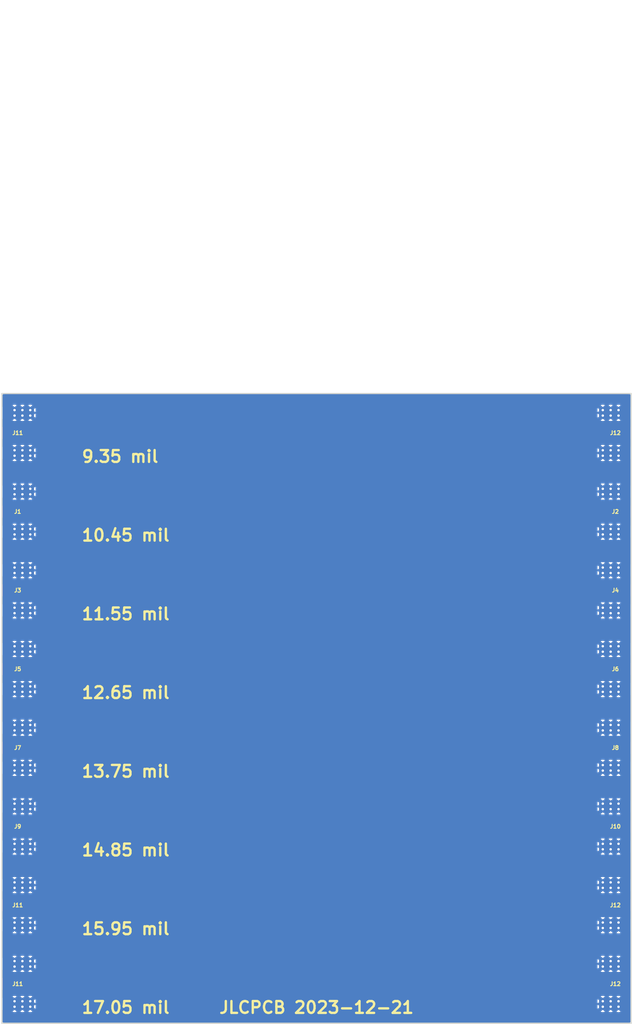
<source format=kicad_pcb>
(kicad_pcb (version 20221018) (generator pcbnew)
  (layers (0 "F.Cu" signal) (1 "In1.Cu" power) (2 "In2.Cu" power) (3 "In3.Cu" signal) (4 "In4.Cu" signal) (31 "B.Cu" power) (34 "B.Paste" user) (35 "F.Paste" user) (36 "B.SilkS" user "B.Silkscreen") (37 "F.SilkS" user "F.Silkscreen") (38 "B.Mask" user) (39 "F.Mask" user) (44 "Edge.Cuts" user))
  (net 0 "")
  (net 1 "Net-(J1-Pad1)")
  (net 2 "GND")
  (net 3 "Net-(J3-Pad1)")
  (net 4 "Net-(J5-Pad1)")
  (net 5 "Net-(J7-Pad1)")
  (net 6 "Net-(J10-Pad1)")
  (net 7 "Net-(J11-Pad1)")
  (footprint "gsg-modules:SMA-EDGE" (layer "F.Cu") (at 200 80 180)
    (fp_text reference "J2" (at 1.99898 0 180) (layer "F.SilkS") (effects (font (size 0.50038 0.50038) (thickness 0.12446))))
    (fp_text value "CONN_COAXIAL" hide)
    (pad "1" smd rect (at 2.032 0 180) (size 4.064 1.524) (layers "F.Cu" "F.Mask") (net 1 "Net-(J1-Pad1)"))
    (pad "2" thru_hole circle (at 1.6 -2.9 180) (size 0.762 0.762) (drill 0.3048) (layers "*.Cu" "*.Mask") (net 2 "GND"))
    (pad "2" thru_hole circle (at 1.6 -2.2 180) (size 0.762 0.762) (drill 0.3048) (layers "*.Cu" "*.Mask") (net 2 "GND"))
    (pad "2" thru_hole circle (at 1.6 2.2 180) (size 0.762 0.762) (drill 0.3048) (layers "*.Cu" "*.Mask") (net 2 "GND"))
    (pad "2" thru_hole circle (at 1.6 2.9 180) (size 0.762 0.762) (drill 0.3048) (layers "*.Cu" "*.Mask") (net 2 "GND"))
    (pad "2" smd rect (at 2.032 -2.54 180) (size 4.064 1.524) (layers "F.Cu" "F.Mask") (net 2 "GND"))
    (pad "2" smd rect (at 2.032 -2.54 180) (size 4.064 1.524) (layers "B.Cu" "B.Mask") (net 2 "GND"))
    (pad "2" smd rect (at 2.032 2.54 180) (size 4.064 1.524) (layers "F.Cu" "F.Mask") (net 2 "GND"))
    (pad "2" smd rect (at 2.032 2.54 180) (size 4.064 1.524) (layers "B.Cu" "B.Mask") (net 2 "GND"))
    (pad "2" thru_hole circle (at 2.6 -2.9 180) (size 0.762 0.762) (drill 0.3048) (layers "*.Cu" "*.Mask") (net 2 "GND"))
    (pad "2" thru_hole circle (at 2.6 -2.2 180) (size 0.762 0.762) (drill 0.3048) (layers "*.Cu" "*.Mask") (net 2 "GND"))
    (pad "2" thru_hole circle (at 2.6 2.2 180) (size 0.762 0.762) (drill 0.3048) (layers "*.Cu" "*.Mask") (net 2 "GND"))
    (pad "2" thru_hole circle (at 2.6 2.9 180) (size 0.762 0.762) (drill 0.3048) (layers "*.Cu" "*.Mask") (net 2 "GND"))
    (pad "2" thru_hole circle (at 3.6 -2.9 180) (size 0.762 0.762) (drill 0.3048) (layers "*.Cu" "*.Mask") (net 2 "GND"))
    (pad "2" thru_hole circle (at 3.6 -2.2 180) (size 0.762 0.762) (drill 0.3048) (layers "*.Cu" "*.Mask") (net 2 "GND"))
    (pad "2" thru_hole circle (at 3.6 2.2 180) (size 0.762 0.762) (drill 0.3048) (layers "*.Cu" "*.Mask") (net 2 "GND"))
    (pad "2" thru_hole circle (at 3.6 2.9 180) (size 0.762 0.762) (drill 0.3048) (layers "*.Cu" "*.Mask") (net 2 "GND"))
  )
  (footprint "gsg-modules:SMA-EDGE" (layer "F.Cu") (at 120 100)
    (fp_text reference "J5" (at 1.99898 0) (layer "F.SilkS") (effects (font (size 0.50038 0.50038) (thickness 0.12446))))
    (fp_text value "CONN_COAXIAL" hide)
    (pad "1" smd rect (at 2.032 0) (size 4.064 1.524) (layers "F.Cu" "F.Mask") (net 4 "Net-(J5-Pad1)"))
    (pad "2" thru_hole circle (at 1.6 -2.9) (size 0.762 0.762) (drill 0.3048) (layers "*.Cu" "*.Mask") (net 2 "GND"))
    (pad "2" thru_hole circle (at 1.6 -2.2) (size 0.762 0.762) (drill 0.3048) (layers "*.Cu" "*.Mask") (net 2 "GND"))
    (pad "2" thru_hole circle (at 1.6 2.2) (size 0.762 0.762) (drill 0.3048) (layers "*.Cu" "*.Mask") (net 2 "GND"))
    (pad "2" thru_hole circle (at 1.6 2.9) (size 0.762 0.762) (drill 0.3048) (layers "*.Cu" "*.Mask") (net 2 "GND"))
    (pad "2" smd rect (at 2.032 -2.54) (size 4.064 1.524) (layers "F.Cu" "F.Mask") (net 2 "GND"))
    (pad "2" smd rect (at 2.032 -2.54) (size 4.064 1.524) (layers "B.Cu" "B.Mask") (net 2 "GND"))
    (pad "2" smd rect (at 2.032 2.54) (size 4.064 1.524) (layers "F.Cu" "F.Mask") (net 2 "GND"))
    (pad "2" smd rect (at 2.032 2.54) (size 4.064 1.524) (layers "B.Cu" "B.Mask") (net 2 "GND"))
    (pad "2" thru_hole circle (at 2.6 -2.9) (size 0.762 0.762) (drill 0.3048) (layers "*.Cu" "*.Mask") (net 2 "GND"))
    (pad "2" thru_hole circle (at 2.6 -2.2) (size 0.762 0.762) (drill 0.3048) (layers "*.Cu" "*.Mask") (net 2 "GND"))
    (pad "2" thru_hole circle (at 2.6 2.2) (size 0.762 0.762) (drill 0.3048) (layers "*.Cu" "*.Mask") (net 2 "GND"))
    (pad "2" thru_hole circle (at 2.6 2.9) (size 0.762 0.762) (drill 0.3048) (layers "*.Cu" "*.Mask") (net 2 "GND"))
    (pad "2" thru_hole circle (at 3.6 -2.9) (size 0.762 0.762) (drill 0.3048) (layers "*.Cu" "*.Mask") (net 2 "GND"))
    (pad "2" thru_hole circle (at 3.6 -2.2) (size 0.762 0.762) (drill 0.3048) (layers "*.Cu" "*.Mask") (net 2 "GND"))
    (pad "2" thru_hole circle (at 3.6 2.2) (size 0.762 0.762) (drill 0.3048) (layers "*.Cu" "*.Mask") (net 2 "GND"))
    (pad "2" thru_hole circle (at 3.6 2.9) (size 0.762 0.762) (drill 0.3048) (layers "*.Cu" "*.Mask") (net 2 "GND"))
  )
  (footprint "gsg-modules:SMA-EDGE" (layer "F.Cu") (at 200 100 180)
    (fp_text reference "J6" (at 1.99898 0 180) (layer "F.SilkS") (effects (font (size 0.50038 0.50038) (thickness 0.12446))))
    (fp_text value "CONN_COAXIAL" hide)
    (pad "1" smd rect (at 2.032 0 180) (size 4.064 1.524) (layers "F.Cu" "F.Mask") (net 4 "Net-(J5-Pad1)"))
    (pad "2" thru_hole circle (at 1.6 -2.9 180) (size 0.762 0.762) (drill 0.3048) (layers "*.Cu" "*.Mask") (net 2 "GND"))
    (pad "2" thru_hole circle (at 1.6 -2.2 180) (size 0.762 0.762) (drill 0.3048) (layers "*.Cu" "*.Mask") (net 2 "GND"))
    (pad "2" thru_hole circle (at 1.6 2.2 180) (size 0.762 0.762) (drill 0.3048) (layers "*.Cu" "*.Mask") (net 2 "GND"))
    (pad "2" thru_hole circle (at 1.6 2.9 180) (size 0.762 0.762) (drill 0.3048) (layers "*.Cu" "*.Mask") (net 2 "GND"))
    (pad "2" smd rect (at 2.032 -2.54 180) (size 4.064 1.524) (layers "F.Cu" "F.Mask") (net 2 "GND"))
    (pad "2" smd rect (at 2.032 -2.54 180) (size 4.064 1.524) (layers "B.Cu" "B.Mask") (net 2 "GND"))
    (pad "2" smd rect (at 2.032 2.54 180) (size 4.064 1.524) (layers "F.Cu" "F.Mask") (net 2 "GND"))
    (pad "2" smd rect (at 2.032 2.54 180) (size 4.064 1.524) (layers "B.Cu" "B.Mask") (net 2 "GND"))
    (pad "2" thru_hole circle (at 2.6 -2.9 180) (size 0.762 0.762) (drill 0.3048) (layers "*.Cu" "*.Mask") (net 2 "GND"))
    (pad "2" thru_hole circle (at 2.6 -2.2 180) (size 0.762 0.762) (drill 0.3048) (layers "*.Cu" "*.Mask") (net 2 "GND"))
    (pad "2" thru_hole circle (at 2.6 2.2 180) (size 0.762 0.762) (drill 0.3048) (layers "*.Cu" "*.Mask") (net 2 "GND"))
    (pad "2" thru_hole circle (at 2.6 2.9 180) (size 0.762 0.762) (drill 0.3048) (layers "*.Cu" "*.Mask") (net 2 "GND"))
    (pad "2" thru_hole circle (at 3.6 -2.9 180) (size 0.762 0.762) (drill 0.3048) (layers "*.Cu" "*.Mask") (net 2 "GND"))
    (pad "2" thru_hole circle (at 3.6 -2.2 180) (size 0.762 0.762) (drill 0.3048) (layers "*.Cu" "*.Mask") (net 2 "GND"))
    (pad "2" thru_hole circle (at 3.6 2.2 180) (size 0.762 0.762) (drill 0.3048) (layers "*.Cu" "*.Mask") (net 2 "GND"))
    (pad "2" thru_hole circle (at 3.6 2.9 180) (size 0.762 0.762) (drill 0.3048) (layers "*.Cu" "*.Mask") (net 2 "GND"))
  )
  (footprint "gsg-modules:SMA-EDGE" (layer "F.Cu") (at 120 120)
    (fp_text reference "J9" (at 1.99898 0) (layer "F.SilkS") (effects (font (size 0.50038 0.50038) (thickness 0.12446))))
    (fp_text value "CONN_COAXIAL" hide)
    (pad "1" smd rect (at 2.032 0) (size 4.064 1.524) (layers "F.Cu" "F.Mask") (net 6 "Net-(J10-Pad1)"))
    (pad "2" thru_hole circle (at 1.6 -2.9) (size 0.762 0.762) (drill 0.3048) (layers "*.Cu" "*.Mask") (net 2 "GND"))
    (pad "2" thru_hole circle (at 1.6 -2.2) (size 0.762 0.762) (drill 0.3048) (layers "*.Cu" "*.Mask") (net 2 "GND"))
    (pad "2" thru_hole circle (at 1.6 2.2) (size 0.762 0.762) (drill 0.3048) (layers "*.Cu" "*.Mask") (net 2 "GND"))
    (pad "2" thru_hole circle (at 1.6 2.9) (size 0.762 0.762) (drill 0.3048) (layers "*.Cu" "*.Mask") (net 2 "GND"))
    (pad "2" smd rect (at 2.032 -2.54) (size 4.064 1.524) (layers "F.Cu" "F.Mask") (net 2 "GND"))
    (pad "2" smd rect (at 2.032 -2.54) (size 4.064 1.524) (layers "B.Cu" "B.Mask") (net 2 "GND"))
    (pad "2" smd rect (at 2.032 2.54) (size 4.064 1.524) (layers "F.Cu" "F.Mask") (net 2 "GND"))
    (pad "2" smd rect (at 2.032 2.54) (size 4.064 1.524) (layers "B.Cu" "B.Mask") (net 2 "GND"))
    (pad "2" thru_hole circle (at 2.6 -2.9) (size 0.762 0.762) (drill 0.3048) (layers "*.Cu" "*.Mask") (net 2 "GND"))
    (pad "2" thru_hole circle (at 2.6 -2.2) (size 0.762 0.762) (drill 0.3048) (layers "*.Cu" "*.Mask") (net 2 "GND"))
    (pad "2" thru_hole circle (at 2.6 2.2) (size 0.762 0.762) (drill 0.3048) (layers "*.Cu" "*.Mask") (net 2 "GND"))
    (pad "2" thru_hole circle (at 2.6 2.9) (size 0.762 0.762) (drill 0.3048) (layers "*.Cu" "*.Mask") (net 2 "GND"))
    (pad "2" thru_hole circle (at 3.6 -2.9) (size 0.762 0.762) (drill 0.3048) (layers "*.Cu" "*.Mask") (net 2 "GND"))
    (pad "2" thru_hole circle (at 3.6 -2.2) (size 0.762 0.762) (drill 0.3048) (layers "*.Cu" "*.Mask") (net 2 "GND"))
    (pad "2" thru_hole circle (at 3.6 2.2) (size 0.762 0.762) (drill 0.3048) (layers "*.Cu" "*.Mask") (net 2 "GND"))
    (pad "2" thru_hole circle (at 3.6 2.9) (size 0.762 0.762) (drill 0.3048) (layers "*.Cu" "*.Mask") (net 2 "GND"))
  )
  (footprint "gsg-modules:SMA-EDGE" (layer "F.Cu") (at 200 120 180)
    (fp_text reference "J10" (at 1.99898 0 180) (layer "F.SilkS") (effects (font (size 0.50038 0.50038) (thickness 0.12446))))
    (fp_text value "CONN_COAXIAL" hide)
    (pad "1" smd rect (at 2.032 0 180) (size 4.064 1.524) (layers "F.Cu" "F.Mask") (net 6 "Net-(J10-Pad1)"))
    (pad "2" thru_hole circle (at 1.6 -2.9 180) (size 0.762 0.762) (drill 0.3048) (layers "*.Cu" "*.Mask") (net 2 "GND"))
    (pad "2" thru_hole circle (at 1.6 -2.2 180) (size 0.762 0.762) (drill 0.3048) (layers "*.Cu" "*.Mask") (net 2 "GND"))
    (pad "2" thru_hole circle (at 1.6 2.2 180) (size 0.762 0.762) (drill 0.3048) (layers "*.Cu" "*.Mask") (net 2 "GND"))
    (pad "2" thru_hole circle (at 1.6 2.9 180) (size 0.762 0.762) (drill 0.3048) (layers "*.Cu" "*.Mask") (net 2 "GND"))
    (pad "2" smd rect (at 2.032 -2.54 180) (size 4.064 1.524) (layers "F.Cu" "F.Mask") (net 2 "GND"))
    (pad "2" smd rect (at 2.032 -2.54 180) (size 4.064 1.524) (layers "B.Cu" "B.Mask") (net 2 "GND"))
    (pad "2" smd rect (at 2.032 2.54 180) (size 4.064 1.524) (layers "F.Cu" "F.Mask") (net 2 "GND"))
    (pad "2" smd rect (at 2.032 2.54 180) (size 4.064 1.524) (layers "B.Cu" "B.Mask") (net 2 "GND"))
    (pad "2" thru_hole circle (at 2.6 -2.9 180) (size 0.762 0.762) (drill 0.3048) (layers "*.Cu" "*.Mask") (net 2 "GND"))
    (pad "2" thru_hole circle (at 2.6 -2.2 180) (size 0.762 0.762) (drill 0.3048) (layers "*.Cu" "*.Mask") (net 2 "GND"))
    (pad "2" thru_hole circle (at 2.6 2.2 180) (size 0.762 0.762) (drill 0.3048) (layers "*.Cu" "*.Mask") (net 2 "GND"))
    (pad "2" thru_hole circle (at 2.6 2.9 180) (size 0.762 0.762) (drill 0.3048) (layers "*.Cu" "*.Mask") (net 2 "GND"))
    (pad "2" thru_hole circle (at 3.6 -2.9 180) (size 0.762 0.762) (drill 0.3048) (layers "*.Cu" "*.Mask") (net 2 "GND"))
    (pad "2" thru_hole circle (at 3.6 -2.2 180) (size 0.762 0.762) (drill 0.3048) (layers "*.Cu" "*.Mask") (net 2 "GND"))
    (pad "2" thru_hole circle (at 3.6 2.2 180) (size 0.762 0.762) (drill 0.3048) (layers "*.Cu" "*.Mask") (net 2 "GND"))
    (pad "2" thru_hole circle (at 3.6 2.9 180) (size 0.762 0.762) (drill 0.3048) (layers "*.Cu" "*.Mask") (net 2 "GND"))
  )
  (footprint "gsg-modules:SMA-EDGE" (layer "F.Cu") (at 120 130)
    (fp_text reference "J11" (at 1.99898 0) (layer "F.SilkS") (effects (font (size 0.50038 0.50038) (thickness 0.12446))))
    (fp_text value "CONN_COAXIAL" hide)
    (pad "1" smd rect (at 2.032 0) (size 4.064 1.524) (layers "F.Cu" "F.Mask") (net 7 "Net-(J11-Pad1)"))
    (pad "2" thru_hole circle (at 1.6 -2.9) (size 0.762 0.762) (drill 0.3048) (layers "*.Cu" "*.Mask") (net 2 "GND"))
    (pad "2" thru_hole circle (at 1.6 -2.2) (size 0.762 0.762) (drill 0.3048) (layers "*.Cu" "*.Mask") (net 2 "GND"))
    (pad "2" thru_hole circle (at 1.6 2.2) (size 0.762 0.762) (drill 0.3048) (layers "*.Cu" "*.Mask") (net 2 "GND"))
    (pad "2" thru_hole circle (at 1.6 2.9) (size 0.762 0.762) (drill 0.3048) (layers "*.Cu" "*.Mask") (net 2 "GND"))
    (pad "2" smd rect (at 2.032 -2.54) (size 4.064 1.524) (layers "F.Cu" "F.Mask") (net 2 "GND"))
    (pad "2" smd rect (at 2.032 -2.54) (size 4.064 1.524) (layers "B.Cu" "B.Mask") (net 2 "GND"))
    (pad "2" smd rect (at 2.032 2.54) (size 4.064 1.524) (layers "F.Cu" "F.Mask") (net 2 "GND"))
    (pad "2" smd rect (at 2.032 2.54) (size 4.064 1.524) (layers "B.Cu" "B.Mask") (net 2 "GND"))
    (pad "2" thru_hole circle (at 2.6 -2.9) (size 0.762 0.762) (drill 0.3048) (layers "*.Cu" "*.Mask") (net 2 "GND"))
    (pad "2" thru_hole circle (at 2.6 -2.2) (size 0.762 0.762) (drill 0.3048) (layers "*.Cu" "*.Mask") (net 2 "GND"))
    (pad "2" thru_hole circle (at 2.6 2.2) (size 0.762 0.762) (drill 0.3048) (layers "*.Cu" "*.Mask") (net 2 "GND"))
    (pad "2" thru_hole circle (at 2.6 2.9) (size 0.762 0.762) (drill 0.3048) (layers "*.Cu" "*.Mask") (net 2 "GND"))
    (pad "2" thru_hole circle (at 3.6 -2.9) (size 0.762 0.762) (drill 0.3048) (layers "*.Cu" "*.Mask") (net 2 "GND"))
    (pad "2" thru_hole circle (at 3.6 -2.2) (size 0.762 0.762) (drill 0.3048) (layers "*.Cu" "*.Mask") (net 2 "GND"))
    (pad "2" thru_hole circle (at 3.6 2.2) (size 0.762 0.762) (drill 0.3048) (layers "*.Cu" "*.Mask") (net 2 "GND"))
    (pad "2" thru_hole circle (at 3.6 2.9) (size 0.762 0.762) (drill 0.3048) (layers "*.Cu" "*.Mask") (net 2 "GND"))
  )
  (footprint "gsg-modules:SMA-EDGE" (layer "F.Cu") (at 200 130 180)
    (fp_text reference "J12" (at 1.99898 0 180) (layer "F.SilkS") (effects (font (size 0.50038 0.50038) (thickness 0.12446))))
    (fp_text value "CONN_COAXIAL" hide)
    (pad "1" smd rect (at 2.032 0 180) (size 4.064 1.524) (layers "F.Cu" "F.Mask") (net 7 "Net-(J11-Pad1)"))
    (pad "2" thru_hole circle (at 1.6 -2.9 180) (size 0.762 0.762) (drill 0.3048) (layers "*.Cu" "*.Mask") (net 2 "GND"))
    (pad "2" thru_hole circle (at 1.6 -2.2 180) (size 0.762 0.762) (drill 0.3048) (layers "*.Cu" "*.Mask") (net 2 "GND"))
    (pad "2" thru_hole circle (at 1.6 2.2 180) (size 0.762 0.762) (drill 0.3048) (layers "*.Cu" "*.Mask") (net 2 "GND"))
    (pad "2" thru_hole circle (at 1.6 2.9 180) (size 0.762 0.762) (drill 0.3048) (layers "*.Cu" "*.Mask") (net 2 "GND"))
    (pad "2" smd rect (at 2.032 -2.54 180) (size 4.064 1.524) (layers "F.Cu" "F.Mask") (net 2 "GND"))
    (pad "2" smd rect (at 2.032 -2.54 180) (size 4.064 1.524) (layers "B.Cu" "B.Mask") (net 2 "GND"))
    (pad "2" smd rect (at 2.032 2.54 180) (size 4.064 1.524) (layers "F.Cu" "F.Mask") (net 2 "GND"))
    (pad "2" smd rect (at 2.032 2.54 180) (size 4.064 1.524) (layers "B.Cu" "B.Mask") (net 2 "GND"))
    (pad "2" thru_hole circle (at 2.6 -2.9 180) (size 0.762 0.762) (drill 0.3048) (layers "*.Cu" "*.Mask") (net 2 "GND"))
    (pad "2" thru_hole circle (at 2.6 -2.2 180) (size 0.762 0.762) (drill 0.3048) (layers "*.Cu" "*.Mask") (net 2 "GND"))
    (pad "2" thru_hole circle (at 2.6 2.2 180) (size 0.762 0.762) (drill 0.3048) (layers "*.Cu" "*.Mask") (net 2 "GND"))
    (pad "2" thru_hole circle (at 2.6 2.9 180) (size 0.762 0.762) (drill 0.3048) (layers "*.Cu" "*.Mask") (net 2 "GND"))
    (pad "2" thru_hole circle (at 3.6 -2.9 180) (size 0.762 0.762) (drill 0.3048) (layers "*.Cu" "*.Mask") (net 2 "GND"))
    (pad "2" thru_hole circle (at 3.6 -2.2 180) (size 0.762 0.762) (drill 0.3048) (layers "*.Cu" "*.Mask") (net 2 "GND"))
    (pad "2" thru_hole circle (at 3.6 2.2 180) (size 0.762 0.762) (drill 0.3048) (layers "*.Cu" "*.Mask") (net 2 "GND"))
    (pad "2" thru_hole circle (at 3.6 2.9 180) (size 0.762 0.762) (drill 0.3048) (layers "*.Cu" "*.Mask") (net 2 "GND"))
  )
  (footprint "gsg-modules:SMA-EDGE" (layer "F.Cu") (at 120 80)
    (fp_text reference "J1" (at 1.99898 0) (layer "F.SilkS") (effects (font (size 0.50038 0.50038) (thickness 0.12446))))
    (fp_text value "CONN_COAXIAL" hide)
    (pad "1" smd rect (at 2.032 0) (size 4.064 1.524) (layers "F.Cu" "F.Mask") (net 1 "Net-(J1-Pad1)"))
    (pad "2" thru_hole circle (at 1.6 -2.9) (size 0.762 0.762) (drill 0.3048) (layers "*.Cu" "*.Mask") (net 2 "GND"))
    (pad "2" thru_hole circle (at 1.6 -2.2) (size 0.762 0.762) (drill 0.3048) (layers "*.Cu" "*.Mask") (net 2 "GND"))
    (pad "2" thru_hole circle (at 1.6 2.2) (size 0.762 0.762) (drill 0.3048) (layers "*.Cu" "*.Mask") (net 2 "GND"))
    (pad "2" thru_hole circle (at 1.6 2.9) (size 0.762 0.762) (drill 0.3048) (layers "*.Cu" "*.Mask") (net 2 "GND"))
    (pad "2" smd rect (at 2.032 -2.54) (size 4.064 1.524) (layers "F.Cu" "F.Mask") (net 2 "GND"))
    (pad "2" smd rect (at 2.032 -2.54) (size 4.064 1.524) (layers "B.Cu" "B.Mask") (net 2 "GND"))
    (pad "2" smd rect (at 2.032 2.54) (size 4.064 1.524) (layers "F.Cu" "F.Mask") (net 2 "GND"))
    (pad "2" smd rect (at 2.032 2.54) (size 4.064 1.524) (layers "B.Cu" "B.Mask") (net 2 "GND"))
    (pad "2" thru_hole circle (at 2.6 -2.9) (size 0.762 0.762) (drill 0.3048) (layers "*.Cu" "*.Mask") (net 2 "GND"))
    (pad "2" thru_hole circle (at 2.6 -2.2) (size 0.762 0.762) (drill 0.3048) (layers "*.Cu" "*.Mask") (net 2 "GND"))
    (pad "2" thru_hole circle (at 2.6 2.2) (size 0.762 0.762) (drill 0.3048) (layers "*.Cu" "*.Mask") (net 2 "GND"))
    (pad "2" thru_hole circle (at 2.6 2.9) (size 0.762 0.762) (drill 0.3048) (layers "*.Cu" "*.Mask") (net 2 "GND"))
    (pad "2" thru_hole circle (at 3.6 -2.9) (size 0.762 0.762) (drill 0.3048) (layers "*.Cu" "*.Mask") (net 2 "GND"))
    (pad "2" thru_hole circle (at 3.6 -2.2) (size 0.762 0.762) (drill 0.3048) (layers "*.Cu" "*.Mask") (net 2 "GND"))
    (pad "2" thru_hole circle (at 3.6 2.2) (size 0.762 0.762) (drill 0.3048) (layers "*.Cu" "*.Mask") (net 2 "GND"))
    (pad "2" thru_hole circle (at 3.6 2.9) (size 0.762 0.762) (drill 0.3048) (layers "*.Cu" "*.Mask") (net 2 "GND"))
  )
  (footprint "gsg-modules:SMA-EDGE" (layer "F.Cu") (at 120 90)
    (fp_text reference "J3" (at 1.99898 0) (layer "F.SilkS") (effects (font (size 0.50038 0.50038) (thickness 0.12446))))
    (fp_text value "CONN_COAXIAL" hide)
    (pad "1" smd rect (at 2.032 0) (size 4.064 1.524) (layers "F.Cu" "F.Mask") (net 3 "Net-(J3-Pad1)"))
    (pad "2" thru_hole circle (at 1.6 -2.9) (size 0.762 0.762) (drill 0.3048) (layers "*.Cu" "*.Mask") (net 2 "GND"))
    (pad "2" thru_hole circle (at 1.6 -2.2) (size 0.762 0.762) (drill 0.3048) (layers "*.Cu" "*.Mask") (net 2 "GND"))
    (pad "2" thru_hole circle (at 1.6 2.2) (size 0.762 0.762) (drill 0.3048) (layers "*.Cu" "*.Mask") (net 2 "GND"))
    (pad "2" thru_hole circle (at 1.6 2.9) (size 0.762 0.762) (drill 0.3048) (layers "*.Cu" "*.Mask") (net 2 "GND"))
    (pad "2" smd rect (at 2.032 -2.54) (size 4.064 1.524) (layers "F.Cu" "F.Mask") (net 2 "GND"))
    (pad "2" smd rect (at 2.032 -2.54) (size 4.064 1.524) (layers "B.Cu" "B.Mask") (net 2 "GND"))
    (pad "2" smd rect (at 2.032 2.54) (size 4.064 1.524) (layers "F.Cu" "F.Mask") (net 2 "GND"))
    (pad "2" smd rect (at 2.032 2.54) (size 4.064 1.524) (layers "B.Cu" "B.Mask") (net 2 "GND"))
    (pad "2" thru_hole circle (at 2.6 -2.9) (size 0.762 0.762) (drill 0.3048) (layers "*.Cu" "*.Mask") (net 2 "GND"))
    (pad "2" thru_hole circle (at 2.6 -2.2) (size 0.762 0.762) (drill 0.3048) (layers "*.Cu" "*.Mask") (net 2 "GND"))
    (pad "2" thru_hole circle (at 2.6 2.2) (size 0.762 0.762) (drill 0.3048) (layers "*.Cu" "*.Mask") (net 2 "GND"))
    (pad "2" thru_hole circle (at 2.6 2.9) (size 0.762 0.762) (drill 0.3048) (layers "*.Cu" "*.Mask") (net 2 "GND"))
    (pad "2" thru_hole circle (at 3.6 -2.9) (size 0.762 0.762) (drill 0.3048) (layers "*.Cu" "*.Mask") (net 2 "GND"))
    (pad "2" thru_hole circle (at 3.6 -2.2) (size 0.762 0.762) (drill 0.3048) (layers "*.Cu" "*.Mask") (net 2 "GND"))
    (pad "2" thru_hole circle (at 3.6 2.2) (size 0.762 0.762) (drill 0.3048) (layers "*.Cu" "*.Mask") (net 2 "GND"))
    (pad "2" thru_hole circle (at 3.6 2.9) (size 0.762 0.762) (drill 0.3048) (layers "*.Cu" "*.Mask") (net 2 "GND"))
  )
  (footprint "gsg-modules:SMA-EDGE" (layer "F.Cu") (at 200 90 180)
    (fp_text reference "J4" (at 1.99898 0 180) (layer "F.SilkS") (effects (font (size 0.50038 0.50038) (thickness 0.12446))))
    (fp_text value "CONN_COAXIAL" hide)
    (pad "1" smd rect (at 2.032 0 180) (size 4.064 1.524) (layers "F.Cu" "F.Mask") (net 3 "Net-(J3-Pad1)"))
    (pad "2" thru_hole circle (at 1.6 -2.9 180) (size 0.762 0.762) (drill 0.3048) (layers "*.Cu" "*.Mask") (net 2 "GND"))
    (pad "2" thru_hole circle (at 1.6 -2.2 180) (size 0.762 0.762) (drill 0.3048) (layers "*.Cu" "*.Mask") (net 2 "GND"))
    (pad "2" thru_hole circle (at 1.6 2.2 180) (size 0.762 0.762) (drill 0.3048) (layers "*.Cu" "*.Mask") (net 2 "GND"))
    (pad "2" thru_hole circle (at 1.6 2.9 180) (size 0.762 0.762) (drill 0.3048) (layers "*.Cu" "*.Mask") (net 2 "GND"))
    (pad "2" smd rect (at 2.032 -2.54 180) (size 4.064 1.524) (layers "F.Cu" "F.Mask") (net 2 "GND"))
    (pad "2" smd rect (at 2.032 -2.54 180) (size 4.064 1.524) (layers "B.Cu" "B.Mask") (net 2 "GND"))
    (pad "2" smd rect (at 2.032 2.54 180) (size 4.064 1.524) (layers "F.Cu" "F.Mask") (net 2 "GND"))
    (pad "2" smd rect (at 2.032 2.54 180) (size 4.064 1.524) (layers "B.Cu" "B.Mask") (net 2 "GND"))
    (pad "2" thru_hole circle (at 2.6 -2.9 180) (size 0.762 0.762) (drill 0.3048) (layers "*.Cu" "*.Mask") (net 2 "GND"))
    (pad "2" thru_hole circle (at 2.6 -2.2 180) (size 0.762 0.762) (drill 0.3048) (layers "*.Cu" "*.Mask") (net 2 "GND"))
    (pad "2" thru_hole circle (at 2.6 2.2 180) (size 0.762 0.762) (drill 0.3048) (layers "*.Cu" "*.Mask") (net 2 "GND"))
    (pad "2" thru_hole circle (at 2.6 2.9 180) (size 0.762 0.762) (drill 0.3048) (layers "*.Cu" "*.Mask") (net 2 "GND"))
    (pad "2" thru_hole circle (at 3.6 -2.9 180) (size 0.762 0.762) (drill 0.3048) (layers "*.Cu" "*.Mask") (net 2 "GND"))
    (pad "2" thru_hole circle (at 3.6 -2.2 180) (size 0.762 0.762) (drill 0.3048) (layers "*.Cu" "*.Mask") (net 2 "GND"))
    (pad "2" thru_hole circle (at 3.6 2.2 180) (size 0.762 0.762) (drill 0.3048) (layers "*.Cu" "*.Mask") (net 2 "GND"))
    (pad "2" thru_hole circle (at 3.6 2.9 180) (size 0.762 0.762) (drill 0.3048) (layers "*.Cu" "*.Mask") (net 2 "GND"))
  )
  (footprint "gsg-modules:SMA-EDGE" (layer "F.Cu") (at 200 110 180)
    (fp_text reference "J8" (at 1.99898 0 180) (layer "F.SilkS") (effects (font (size 0.50038 0.50038) (thickness 0.12446))))
    (fp_text value "CONN_COAXIAL" hide)
    (pad "1" smd rect (at 2.032 0 180) (size 4.064 1.524) (layers "F.Cu" "F.Mask") (net 5 "Net-(J7-Pad1)"))
    (pad "2" thru_hole circle (at 1.6 -2.9 180) (size 0.762 0.762) (drill 0.3048) (layers "*.Cu" "*.Mask") (net 2 "GND"))
    (pad "2" thru_hole circle (at 1.6 -2.2 180) (size 0.762 0.762) (drill 0.3048) (layers "*.Cu" "*.Mask") (net 2 "GND"))
    (pad "2" thru_hole circle (at 1.6 2.2 180) (size 0.762 0.762) (drill 0.3048) (layers "*.Cu" "*.Mask") (net 2 "GND"))
    (pad "2" thru_hole circle (at 1.6 2.9 180) (size 0.762 0.762) (drill 0.3048) (layers "*.Cu" "*.Mask") (net 2 "GND"))
    (pad "2" smd rect (at 2.032 -2.54 180) (size 4.064 1.524) (layers "F.Cu" "F.Mask") (net 2 "GND"))
    (pad "2" smd rect (at 2.032 -2.54 180) (size 4.064 1.524) (layers "B.Cu" "B.Mask") (net 2 "GND"))
    (pad "2" smd rect (at 2.032 2.54 180) (size 4.064 1.524) (layers "F.Cu" "F.Mask") (net 2 "GND"))
    (pad "2" smd rect (at 2.032 2.54 180) (size 4.064 1.524) (layers "B.Cu" "B.Mask") (net 2 "GND"))
    (pad "2" thru_hole circle (at 2.6 -2.9 180) (size 0.762 0.762) (drill 0.3048) (layers "*.Cu" "*.Mask") (net 2 "GND"))
    (pad "2" thru_hole circle (at 2.6 -2.2 180) (size 0.762 0.762) (drill 0.3048) (layers "*.Cu" "*.Mask") (net 2 "GND"))
    (pad "2" thru_hole circle (at 2.6 2.2 180) (size 0.762 0.762) (drill 0.3048) (layers "*.Cu" "*.Mask") (net 2 "GND"))
    (pad "2" thru_hole circle (at 2.6 2.9 180) (size 0.762 0.762) (drill 0.3048) (layers "*.Cu" "*.Mask") (net 2 "GND"))
    (pad "2" thru_hole circle (at 3.6 -2.9 180) (size 0.762 0.762) (drill 0.3048) (layers "*.Cu" "*.Mask") (net 2 "GND"))
    (pad "2" thru_hole circle (at 3.6 -2.2 180) (size 0.762 0.762) (drill 0.3048) (layers "*.Cu" "*.Mask") (net 2 "GND"))
    (pad "2" thru_hole circle (at 3.6 2.2 180) (size 0.762 0.762) (drill 0.3048) (layers "*.Cu" "*.Mask") (net 2 "GND"))
    (pad "2" thru_hole circle (at 3.6 2.9 180) (size 0.762 0.762) (drill 0.3048) (layers "*.Cu" "*.Mask") (net 2 "GND"))
  )
  (footprint "gsg-modules:SMA-EDGE" (layer "F.Cu") (at 120 110)
    (fp_text reference "J7" (at 1.99898 0) (layer "F.SilkS") (effects (font (size 0.50038 0.50038) (thickness 0.12446))))
    (fp_text value "CONN_COAXIAL" hide)
    (pad "1" smd rect (at 2.032 0) (size 4.064 1.524) (layers "F.Cu" "F.Mask") (net 5 "Net-(J7-Pad1)"))
    (pad "2" thru_hole circle (at 1.6 -2.9) (size 0.762 0.762) (drill 0.3048) (layers "*.Cu" "*.Mask") (net 2 "GND"))
    (pad "2" thru_hole circle (at 1.6 -2.2) (size 0.762 0.762) (drill 0.3048) (layers "*.Cu" "*.Mask") (net 2 "GND"))
    (pad "2" thru_hole circle (at 1.6 2.2) (size 0.762 0.762) (drill 0.3048) (layers "*.Cu" "*.Mask") (net 2 "GND"))
    (pad "2" thru_hole circle (at 1.6 2.9) (size 0.762 0.762) (drill 0.3048) (layers "*.Cu" "*.Mask") (net 2 "GND"))
    (pad "2" smd rect (at 2.032 -2.54) (size 4.064 1.524) (layers "F.Cu" "F.Mask") (net 2 "GND"))
    (pad "2" smd rect (at 2.032 -2.54) (size 4.064 1.524) (layers "B.Cu" "B.Mask") (net 2 "GND"))
    (pad "2" smd rect (at 2.032 2.54) (size 4.064 1.524) (layers "F.Cu" "F.Mask") (net 2 "GND"))
    (pad "2" smd rect (at 2.032 2.54) (size 4.064 1.524) (layers "B.Cu" "B.Mask") (net 2 "GND"))
    (pad "2" thru_hole circle (at 2.6 -2.9) (size 0.762 0.762) (drill 0.3048) (layers "*.Cu" "*.Mask") (net 2 "GND"))
    (pad "2" thru_hole circle (at 2.6 -2.2) (size 0.762 0.762) (drill 0.3048) (layers "*.Cu" "*.Mask") (net 2 "GND"))
    (pad "2" thru_hole circle (at 2.6 2.2) (size 0.762 0.762) (drill 0.3048) (layers "*.Cu" "*.Mask") (net 2 "GND"))
    (pad "2" thru_hole circle (at 2.6 2.9) (size 0.762 0.762) (drill 0.3048) (layers "*.Cu" "*.Mask") (net 2 "GND"))
    (pad "2" thru_hole circle (at 3.6 -2.9) (size 0.762 0.762) (drill 0.3048) (layers "*.Cu" "*.Mask") (net 2 "GND"))
    (pad "2" thru_hole circle (at 3.6 -2.2) (size 0.762 0.762) (drill 0.3048) (layers "*.Cu" "*.Mask") (net 2 "GND"))
    (pad "2" thru_hole circle (at 3.6 2.2) (size 0.762 0.762) (drill 0.3048) (layers "*.Cu" "*.Mask") (net 2 "GND"))
    (pad "2" thru_hole circle (at 3.6 2.9) (size 0.762 0.762) (drill 0.3048) (layers "*.Cu" "*.Mask") (net 2 "GND"))
  )
  (footprint "gsg-modules:SMA-EDGE" (layer "F.Cu") (at 200 140 180)
    (fp_text reference "J12" (at 1.99898 0 180) (layer "F.SilkS") (effects (font (size 0.50038 0.50038) (thickness 0.12446))))
    (fp_text value "CONN_COAXIAL" hide)
    (pad "1" smd rect (at 2.032 0 180) (size 4.064 1.524) (layers "F.Cu" "F.Mask") (net 7 "Net-(J11-Pad1)"))
    (pad "2" thru_hole circle (at 1.6 -2.9 180) (size 0.762 0.762) (drill 0.3048) (layers "*.Cu" "*.Mask") (net 2 "GND"))
    (pad "2" thru_hole circle (at 1.6 -2.2 180) (size 0.762 0.762) (drill 0.3048) (layers "*.Cu" "*.Mask") (net 2 "GND"))
    (pad "2" thru_hole circle (at 1.6 2.2 180) (size 0.762 0.762) (drill 0.3048) (layers "*.Cu" "*.Mask") (net 2 "GND"))
    (pad "2" thru_hole circle (at 1.6 2.9 180) (size 0.762 0.762) (drill 0.3048) (layers "*.Cu" "*.Mask") (net 2 "GND"))
    (pad "2" smd rect (at 2.032 -2.54 180) (size 4.064 1.524) (layers "F.Cu" "F.Mask") (net 2 "GND"))
    (pad "2" smd rect (at 2.032 -2.54 180) (size 4.064 1.524) (layers "B.Cu" "B.Mask") (net 2 "GND"))
    (pad "2" smd rect (at 2.032 2.54 180) (size 4.064 1.524) (layers "F.Cu" "F.Mask") (net 2 "GND"))
    (pad "2" smd rect (at 2.032 2.54 180) (size 4.064 1.524) (layers "B.Cu" "B.Mask") (net 2 "GND"))
    (pad "2" thru_hole circle (at 2.6 -2.9 180) (size 0.762 0.762) (drill 0.3048) (layers "*.Cu" "*.Mask") (net 2 "GND"))
    (pad "2" thru_hole circle (at 2.6 -2.2 180) (size 0.762 0.762) (drill 0.3048) (layers "*.Cu" "*.Mask") (net 2 "GND"))
    (pad "2" thru_hole circle (at 2.6 2.2 180) (size 0.762 0.762) (drill 0.3048) (layers "*.Cu" "*.Mask") (net 2 "GND"))
    (pad "2" thru_hole circle (at 2.6 2.9 180) (size 0.762 0.762) (drill 0.3048) (layers "*.Cu" "*.Mask") (net 2 "GND"))
    (pad "2" thru_hole circle (at 3.6 -2.9 180) (size 0.762 0.762) (drill 0.3048) (layers "*.Cu" "*.Mask") (net 2 "GND"))
    (pad "2" thru_hole circle (at 3.6 -2.2 180) (size 0.762 0.762) (drill 0.3048) (layers "*.Cu" "*.Mask") (net 2 "GND"))
    (pad "2" thru_hole circle (at 3.6 2.2 180) (size 0.762 0.762) (drill 0.3048) (layers "*.Cu" "*.Mask") (net 2 "GND"))
    (pad "2" thru_hole circle (at 3.6 2.9 180) (size 0.762 0.762) (drill 0.3048) (layers "*.Cu" "*.Mask") (net 2 "GND"))
  )
  (footprint "gsg-modules:SMA-EDGE" (layer "F.Cu") (at 120 140)
    (fp_text reference "J11" (at 1.99898 0) (layer "F.SilkS") (effects (font (size 0.50038 0.50038) (thickness 0.12446))))
    (fp_text value "CONN_COAXIAL" hide)
    (pad "1" smd rect (at 2.032 0) (size 4.064 1.524) (layers "F.Cu" "F.Mask") (net 7 "Net-(J11-Pad1)"))
    (pad "2" thru_hole circle (at 1.6 -2.9) (size 0.762 0.762) (drill 0.3048) (layers "*.Cu" "*.Mask") (net 2 "GND"))
    (pad "2" thru_hole circle (at 1.6 -2.2) (size 0.762 0.762) (drill 0.3048) (layers "*.Cu" "*.Mask") (net 2 "GND"))
    (pad "2" thru_hole circle (at 1.6 2.2) (size 0.762 0.762) (drill 0.3048) (layers "*.Cu" "*.Mask") (net 2 "GND"))
    (pad "2" thru_hole circle (at 1.6 2.9) (size 0.762 0.762) (drill 0.3048) (layers "*.Cu" "*.Mask") (net 2 "GND"))
    (pad "2" smd rect (at 2.032 -2.54) (size 4.064 1.524) (layers "F.Cu" "F.Mask") (net 2 "GND"))
    (pad "2" smd rect (at 2.032 -2.54) (size 4.064 1.524) (layers "B.Cu" "B.Mask") (net 2 "GND"))
    (pad "2" smd rect (at 2.032 2.54) (size 4.064 1.524) (layers "F.Cu" "F.Mask") (net 2 "GND"))
    (pad "2" smd rect (at 2.032 2.54) (size 4.064 1.524) (layers "B.Cu" "B.Mask") (net 2 "GND"))
    (pad "2" thru_hole circle (at 2.6 -2.9) (size 0.762 0.762) (drill 0.3048) (layers "*.Cu" "*.Mask") (net 2 "GND"))
    (pad "2" thru_hole circle (at 2.6 -2.2) (size 0.762 0.762) (drill 0.3048) (layers "*.Cu" "*.Mask") (net 2 "GND"))
    (pad "2" thru_hole circle (at 2.6 2.2) (size 0.762 0.762) (drill 0.3048) (layers "*.Cu" "*.Mask") (net 2 "GND"))
    (pad "2" thru_hole circle (at 2.6 2.9) (size 0.762 0.762) (drill 0.3048) (layers "*.Cu" "*.Mask") (net 2 "GND"))
    (pad "2" thru_hole circle (at 3.6 -2.9) (size 0.762 0.762) (drill 0.3048) (layers "*.Cu" "*.Mask") (net 2 "GND"))
    (pad "2" thru_hole circle (at 3.6 -2.2) (size 0.762 0.762) (drill 0.3048) (layers "*.Cu" "*.Mask") (net 2 "GND"))
    (pad "2" thru_hole circle (at 3.6 2.2) (size 0.762 0.762) (drill 0.3048) (layers "*.Cu" "*.Mask") (net 2 "GND"))
    (pad "2" thru_hole circle (at 3.6 2.9) (size 0.762 0.762) (drill 0.3048) (layers "*.Cu" "*.Mask") (net 2 "GND"))
  )
  (footprint "gsg-modules:SMA-EDGE" (layer "F.Cu") (at 200 70 180)
    (fp_text reference "J12" (at 1.99898 0 180) (layer "F.SilkS") (effects (font (size 0.50038 0.50038) (thickness 0.12446))))
    (fp_text value "CONN_COAXIAL" hide)
    (pad "1" smd rect (at 2.032 0 180) (size 4.064 1.524) (layers "F.Cu" "F.Mask") (net 7 "Net-(J11-Pad1)"))
    (pad "2" thru_hole circle (at 1.6 -2.9 180) (size 0.762 0.762) (drill 0.3048) (layers "*.Cu" "*.Mask") (net 2 "GND"))
    (pad "2" thru_hole circle (at 1.6 -2.2 180) (size 0.762 0.762) (drill 0.3048) (layers "*.Cu" "*.Mask") (net 2 "GND"))
    (pad "2" thru_hole circle (at 1.6 2.2 180) (size 0.762 0.762) (drill 0.3048) (layers "*.Cu" "*.Mask") (net 2 "GND"))
    (pad "2" thru_hole circle (at 1.6 2.9 180) (size 0.762 0.762) (drill 0.3048) (layers "*.Cu" "*.Mask") (net 2 "GND"))
    (pad "2" smd rect (at 2.032 -2.54 180) (size 4.064 1.524) (layers "F.Cu" "F.Mask") (net 2 "GND"))
    (pad "2" smd rect (at 2.032 -2.54 180) (size 4.064 1.524) (layers "B.Cu" "B.Mask") (net 2 "GND"))
    (pad "2" smd rect (at 2.032 2.54 180) (size 4.064 1.524) (layers "F.Cu" "F.Mask") (net 2 "GND"))
    (pad "2" smd rect (at 2.032 2.54 180) (size 4.064 1.524) (layers "B.Cu" "B.Mask") (net 2 "GND"))
    (pad "2" thru_hole circle (at 2.6 -2.9 180) (size 0.762 0.762) (drill 0.3048) (layers "*.Cu" "*.Mask") (net 2 "GND"))
    (pad "2" thru_hole circle (at 2.6 -2.2 180) (size 0.762 0.762) (drill 0.3048) (layers "*.Cu" "*.Mask") (net 2 "GND"))
    (pad "2" thru_hole circle (at 2.6 2.2 180) (size 0.762 0.762) (drill 0.3048) (layers "*.Cu" "*.Mask") (net 2 "GND"))
    (pad "2" thru_hole circle (at 2.6 2.9 180) (size 0.762 0.762) (drill 0.3048) (layers "*.Cu" "*.Mask") (net 2 "GND"))
    (pad "2" thru_hole circle (at 3.6 -2.9 180) (size 0.762 0.762) (drill 0.3048) (layers "*.Cu" "*.Mask") (net 2 "GND"))
    (pad "2" thru_hole circle (at 3.6 -2.2 180) (size 0.762 0.762) (drill 0.3048) (layers "*.Cu" "*.Mask") (net 2 "GND"))
    (pad "2" thru_hole circle (at 3.6 2.2 180) (size 0.762 0.762) (drill 0.3048) (layers "*.Cu" "*.Mask") (net 2 "GND"))
    (pad "2" thru_hole circle (at 3.6 2.9 180) (size 0.762 0.762) (drill 0.3048) (layers "*.Cu" "*.Mask") (net 2 "GND"))
  )
  (footprint "gsg-modules:SMA-EDGE" (layer "F.Cu") (at 120 70)
    (fp_text reference "J11" (at 1.99898 0) (layer "F.SilkS") (effects (font (size 0.50038 0.50038) (thickness 0.12446))))
    (fp_text value "CONN_COAXIAL" hide)
    (pad "1" smd rect (at 2.032 0) (size 4.064 1.524) (layers "F.Cu" "F.Mask") (net 7 "Net-(J11-Pad1)"))
    (pad "2" thru_hole circle (at 1.6 -2.9) (size 0.762 0.762) (drill 0.3048) (layers "*.Cu" "*.Mask") (net 2 "GND"))
    (pad "2" thru_hole circle (at 1.6 -2.2) (size 0.762 0.762) (drill 0.3048) (layers "*.Cu" "*.Mask") (net 2 "GND"))
    (pad "2" thru_hole circle (at 1.6 2.2) (size 0.762 0.762) (drill 0.3048) (layers "*.Cu" "*.Mask") (net 2 "GND"))
    (pad "2" thru_hole circle (at 1.6 2.9) (size 0.762 0.762) (drill 0.3048) (layers "*.Cu" "*.Mask") (net 2 "GND"))
    (pad "2" smd rect (at 2.032 -2.54) (size 4.064 1.524) (layers "F.Cu" "F.Mask") (net 2 "GND"))
    (pad "2" smd rect (at 2.032 -2.54) (size 4.064 1.524) (layers "B.Cu" "B.Mask") (net 2 "GND"))
    (pad "2" smd rect (at 2.032 2.54) (size 4.064 1.524) (layers "F.Cu" "F.Mask") (net 2 "GND"))
    (pad "2" smd rect (at 2.032 2.54) (size 4.064 1.524) (layers "B.Cu" "B.Mask") (net 2 "GND"))
    (pad "2" thru_hole circle (at 2.6 -2.9) (size 0.762 0.762) (drill 0.3048) (layers "*.Cu" "*.Mask") (net 2 "GND"))
    (pad "2" thru_hole circle (at 2.6 -2.2) (size 0.762 0.762) (drill 0.3048) (layers "*.Cu" "*.Mask") (net 2 "GND"))
    (pad "2" thru_hole circle (at 2.6 2.2) (size 0.762 0.762) (drill 0.3048) (layers "*.Cu" "*.Mask") (net 2 "GND"))
    (pad "2" thru_hole circle (at 2.6 2.9) (size 0.762 0.762) (drill 0.3048) (layers "*.Cu" "*.Mask") (net 2 "GND"))
    (pad "2" thru_hole circle (at 3.6 -2.9) (size 0.762 0.762) (drill 0.3048) (layers "*.Cu" "*.Mask") (net 2 "GND"))
    (pad "2" thru_hole circle (at 3.6 -2.2) (size 0.762 0.762) (drill 0.3048) (layers "*.Cu" "*.Mask") (net 2 "GND"))
    (pad "2" thru_hole circle (at 3.6 2.2) (size 0.762 0.762) (drill 0.3048) (layers "*.Cu" "*.Mask") (net 2 "GND"))
    (pad "2" thru_hole circle (at 3.6 2.9) (size 0.762 0.762) (drill 0.3048) (layers "*.Cu" "*.Mask") (net 2 "GND"))
  )
  (gr_line (start 120 65) (end 120 145) (stroke (width 0.15)) (layer "Edge.Cuts"))
  (gr_line (start 200 145) (end 200 65) (stroke (width 0.15)) (layer "Edge.Cuts"))
  (gr_line (start 120 145) (end 200 145) (stroke (width 0.15)) (layer "Edge.Cuts"))
  (gr_line (start 200 65) (end 120 65) (stroke (width 0.15)) (layer "Edge.Cuts"))
  (gr_text "12.65 mil" (at 130 103) (layer "F.SilkS") (effects (font (size 1.5 1.5) (thickness 0.3)) (justify left)))
  (gr_text "14.85 mil" (at 130 123) (layer "F.SilkS") (effects (font (size 1.5 1.5) (thickness 0.3)) (justify left)))
  (gr_text "15.95 mil" (at 130 133) (layer "F.SilkS") (effects (font (size 1.5 1.5) (thickness 0.3)) (justify left)))
  (gr_text "JLCPCB 2023-12-21" (at 160 143) (layer "F.SilkS") (effects (font (size 1.5 1.5) (thickness 0.3))))
  (gr_text "11.55 mil" (at 130 93) (layer "F.SilkS") (effects (font (size 1.5 1.5) (thickness 0.3)) (justify left)))
  (gr_text "13.75 mil" (at 130 113) (layer "F.SilkS") (effects (font (size 1.5 1.5) (thickness 0.3)) (justify left)))
  (gr_text "17.05 mil" (at 130 143) (layer "F.SilkS") (effects (font (size 1.5 1.5) (thickness 0.3)) (justify left)))
  (gr_text "9.35 mil" (at 130 73) (layer "F.SilkS") (effects (font (size 1.5 1.5) (thickness 0.3)) (justify left)))
  (gr_text "10.45 mil" (at 130 83) (layer "F.SilkS") (effects (font (size 1.5 1.5) (thickness 0.3)) (justify left)))
  (segment (start 122.095 80) (end 197.905 80) (width 0.26543) (layer "F.Cu") (net 1))
  (segment (start 122.095 90) (end 197.905 90) (width 0.29337) (layer "F.Cu") (net 3))
  (segment (start 122.095 100) (end 197.905 100) (width 0.32131) (layer "F.Cu") (net 4))
  (segment (start 122.095 110) (end 197.905 110) (width 0.34925) (layer "F.Cu") (net 5))
  (segment (start 122.095 120) (end 197.905 120) (width 0.37719) (layer "F.Cu") (net 6))
  (segment (start 122.095 140) (end 197.905 140) (width 0.43307) (layer "F.Cu") (net 7))
  (segment (start 122.095 70) (end 197.905 70) (width 0.23749) (layer "F.Cu") (net 7))
  (segment (start 122.095 130) (end 197.905 130) (width 0.40513) (layer "F.Cu") (net 7))
  (zone (net 2) (net_name "GND") (layers "In1.Cu" "In2.Cu" "In3.Cu" "In4.Cu" "B.Cu") (connect_pads thru_hole_only (clearance 0.3048)) (min_thickness 0.254) (fill yes (thermal_gap 0.3048) (thermal_bridge_width 0.508))
    (polygon (pts (xy 200 145) (xy 120 145) (xy 120 65) (xy 200 65)))
  )
)
</source>
